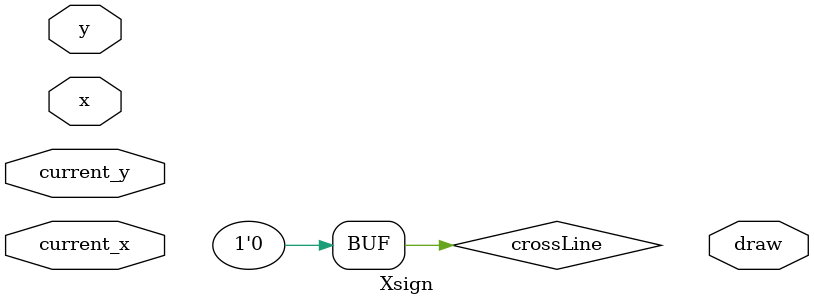
<source format=v>
`timescale 1ns / 1ps
module Xsign(
    input [15:0]current_x,
    input [15:0]current_y,
    input [15:0]x,
    input [15:0]y,
    output draw
    );
    wire [15:0] shift_x = current_x - x;
    wire [15:0] shift_y = current_y - y;
    wire isBorder;
    localparam thickness = 5;
    createSquare border (current_x,current_y,40,40,67,67,isBorder);
//    assign draw = 1;
    wire crossLine = 0;
    assign crossLine = current_x == current_y ? 1 : 0;
//    assign draw = isBorder & (current_x == current_y ?  1 : 0);
endmodule
</source>
